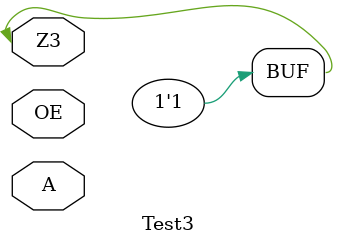
<source format=v>
module Test3(input OE, input A, inout Z3);
   assign Z3 = (OE) ? A : 1'bz;
   assign Z3 = 1'b1;
endmodule
</source>
